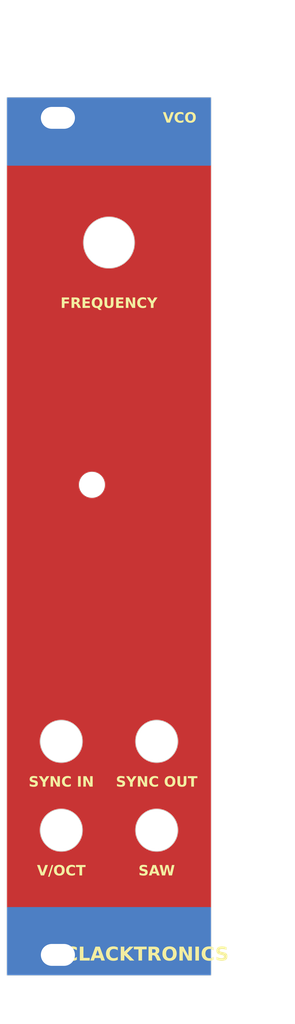
<source format=kicad_pcb>
(kicad_pcb (version 20240108) (generator "pcbnew") (generator_version "8.0")
  (layers (0 "F.Cu" signal) (31 "B.Cu" signal) (34 "B.Paste" user) (35 "F.Paste" user) (36 "B.SilkS" user "B.Silkscreen") (37 "F.SilkS" user "F.Silkscreen") (38 "B.Mask" user) (39 "F.Mask" user) (44 "Edge.Cuts" user))
  (net 0 "")
  (net 1 "GND")
  (footprint "BYOM_General:plated_rack_hole" (layer "F.Cu") (at 123.5 30 180)
    (property "Reference" "H1" (hide yes))
    (property "Value" "MountingHole_Pad")
    (pad "1" thru_hole oval (at 0 0 180) (size 6 4.2) (drill oval 5 3.2) (layers "*.Cu" "*.Mask") (net 1 "GND"))
  )
  (footprint "BYOM_General:plated_rack_hole" (layer "F.Cu") (at 123.5 152.5)
    (property "Reference" "H2" (hide yes))
    (property "Value" "MountingHole_Pad")
    (pad "1" thru_hole oval (at 0 0) (size 6 4.2) (drill oval 5 3.2) (layers "*.Cu" "*.Mask") (net 1 "GND"))
  )
  (gr_circle (center 138 121.25) (end 141.1 121.25) (stroke (width 0.1)) (fill none) (layer "Edge.Cuts"))
  (gr_circle (center 124 134.25) (end 127.1 134.25) (stroke (width 0.1)) (fill none) (layer "Edge.Cuts"))
  (gr_circle (center 128.5 83.7) (end 130.4 83.7) (stroke (width 0.05)) (fill none) (layer "Edge.Cuts"))
  (gr_circle (center 124 121.25) (end 127.1 121.25) (stroke (width 0.1)) (fill none) (layer "Edge.Cuts"))
  (gr_circle (center 138 134.25) (end 141.1 134.25) (stroke (width 0.1)) (fill none) (layer "Edge.Cuts"))
  (gr_line (start 116 27) (end 146 27) (stroke (width 0.05)) (layer "Edge.Cuts"))
  (gr_line (start 146 155.5) (end 116 155.5) (stroke (width 0.05)) (layer "Edge.Cuts"))
  (gr_line (start 116 155.5) (end 116 27) (stroke (width 0.05)) (layer "Edge.Cuts"))
  (gr_line (start 146 27) (end 146 155.5) (stroke (width 0.05)) (layer "Edge.Cuts"))
  (gr_circle (center 131 48.25) (end 134.75 48.25) (stroke (width 0.1)) (fill none) (layer "Edge.Cuts"))
  (gr_text "SAW" (at 138 140.25 0) (layer "F.SilkS") (effects (font (size 1.5 1.5) (thickness 0.3) (bold yes))))
  (gr_text "V/OCT" (at 124 140.25 0) (layer "F.SilkS") (effects (font (size 1.5 1.5) (thickness 0.3) (bold yes))))
  (gr_text "SYNC IN" (at 124 127.25 0) (layer "F.SilkS") (effects (font (size 1.5 1.5) (thickness 0.3) (bold yes))))
  (gr_text "FREQUENCY" (at 130.99 57.19 0) (layer "F.SilkS") (effects (font (size 1.5 1.5) (thickness 0.3) (bold yes))))
  (gr_text "CLACKTRONICS" (at 136.5 152.5 0) (layer "F.SilkS") (effects (font (size 2 2) (thickness 0.2) (bold yes))))
  (gr_text "SYNC OUT" (at 138 127.25 0) (layer "F.SilkS") (effects (font (size 1.5 1.5) (thickness 0.3) (bold yes))))
  (gr_text "VCO" (at 138.9 30.95 0) (layer "F.SilkS") (effects (font (size 1.5 1.5) (thickness 0.3) (bold yes)) (justify left bottom)))
  (zone (net 1) (net_name "GND") (layer "F.Cu") (connect_pads (clearance 0.508)) (min_thickness 0.25) (fill yes (thermal_gap 0.5) (thermal_bridge_width 0.5) (island_removal_mode 1) (island_area_min 10))
    (polygon (pts (xy 115 26.25) (xy 115.5 155.75) (xy 146.5 155.75) (xy 146.5 26.25)))
  )
  (zone (net 1) (net_name "GND") (layer "B.Cu") (priority 1) (connect_pads (clearance 0.508)) (min_thickness 0.25) (fill yes (thermal_gap 0.5) (thermal_bridge_width 0.5) (island_removal_mode 1) (island_area_min 10))
    (polygon (pts (xy 115.5 145.5) (xy 115.5 156.5) (xy 147 156.5) (xy 147 145.5)))
  )
  (zone (net 1) (net_name "GND") (layer "B.Cu") (priority 1) (connect_pads (clearance 0.508)) (min_thickness 0.25) (fill yes (thermal_gap 0.5) (thermal_bridge_width 0.5) (island_removal_mode 1) (island_area_min 10))
    (polygon (pts (xy 115 26) (xy 115 37) (xy 146.5 37) (xy 146.5 26)))
  )
)
</source>
